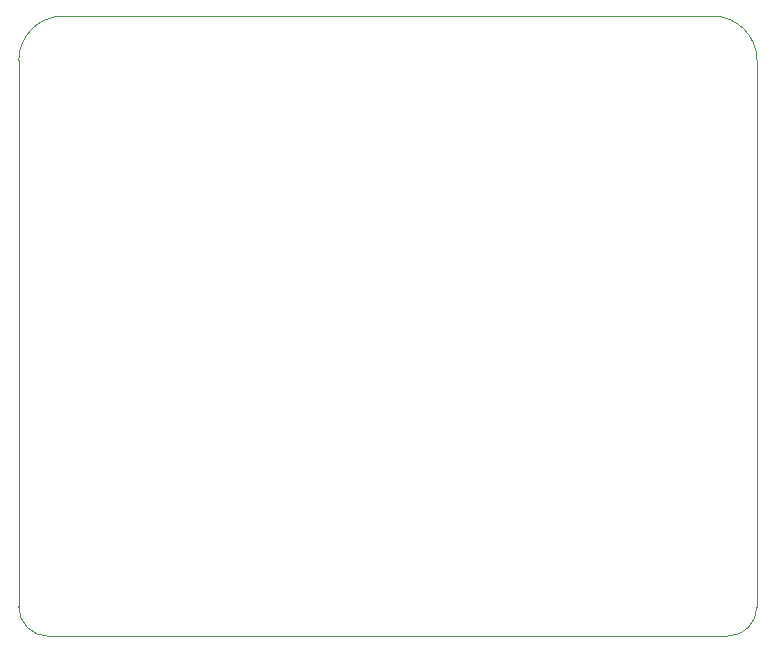
<source format=gbr>
%TF.GenerationSoftware,KiCad,Pcbnew,(5.1.6-0)*%
%TF.CreationDate,2023-04-12T18:51:22-07:00*%
%TF.ProjectId,input_buffer_bal_XLR_SMD_1206,696e7075-745f-4627-9566-6665725f6261,rev?*%
%TF.SameCoordinates,Original*%
%TF.FileFunction,Profile,NP*%
%FSLAX46Y46*%
G04 Gerber Fmt 4.6, Leading zero omitted, Abs format (unit mm)*
G04 Created by KiCad (PCBNEW (5.1.6-0)) date 2023-04-12 18:51:22*
%MOMM*%
%LPD*%
G01*
G04 APERTURE LIST*
%TA.AperFunction,Profile*%
%ADD10C,0.050000*%
%TD*%
G04 APERTURE END LIST*
D10*
X90000000Y-108750000D02*
G75*
G02*
X93750000Y-105000000I3750000J0D01*
G01*
X148750000Y-105000000D02*
G75*
G02*
X152500000Y-108750000I0J-3750000D01*
G01*
X152500000Y-155000000D02*
G75*
G02*
X150000000Y-157500000I-2500000J0D01*
G01*
X92500000Y-157500000D02*
G75*
G02*
X90000000Y-155000000I0J2500000D01*
G01*
X90000000Y-108750000D02*
X90000000Y-155000000D01*
X148750000Y-105000000D02*
X93750000Y-105000000D01*
X152500000Y-155000000D02*
X152500000Y-108750000D01*
X92500000Y-157500000D02*
X150000000Y-157500000D01*
M02*

</source>
